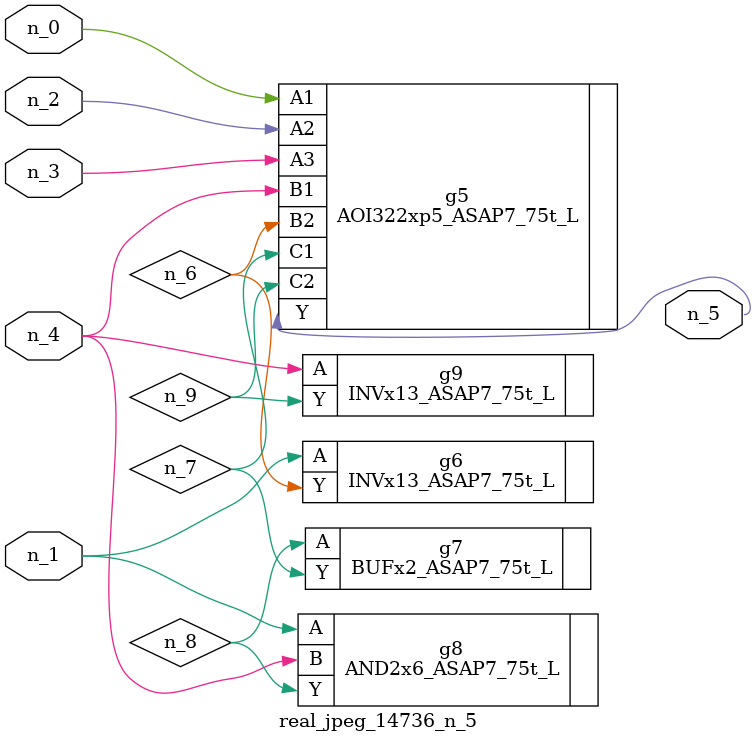
<source format=v>
module real_jpeg_14736_n_5 (n_4, n_0, n_1, n_2, n_3, n_5);

input n_4;
input n_0;
input n_1;
input n_2;
input n_3;

output n_5;

wire n_8;
wire n_6;
wire n_7;
wire n_9;

AOI322xp5_ASAP7_75t_L g5 ( 
.A1(n_0),
.A2(n_2),
.A3(n_3),
.B1(n_4),
.B2(n_6),
.C1(n_7),
.C2(n_9),
.Y(n_5)
);

INVx13_ASAP7_75t_L g6 ( 
.A(n_1),
.Y(n_6)
);

AND2x6_ASAP7_75t_L g8 ( 
.A(n_1),
.B(n_4),
.Y(n_8)
);

INVx13_ASAP7_75t_L g9 ( 
.A(n_4),
.Y(n_9)
);

BUFx2_ASAP7_75t_L g7 ( 
.A(n_8),
.Y(n_7)
);


endmodule
</source>
